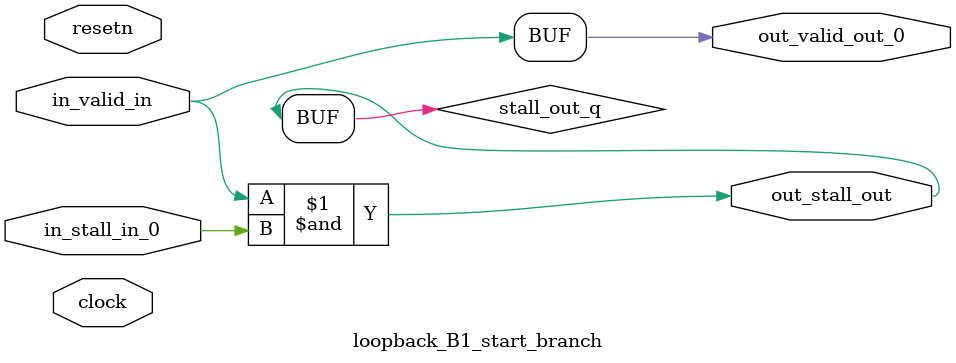
<source format=sv>



(* altera_attribute = "-name AUTO_SHIFT_REGISTER_RECOGNITION OFF; -name MESSAGE_DISABLE 10036; -name MESSAGE_DISABLE 10037; -name MESSAGE_DISABLE 14130; -name MESSAGE_DISABLE 14320; -name MESSAGE_DISABLE 15400; -name MESSAGE_DISABLE 14130; -name MESSAGE_DISABLE 10036; -name MESSAGE_DISABLE 12020; -name MESSAGE_DISABLE 12030; -name MESSAGE_DISABLE 12010; -name MESSAGE_DISABLE 12110; -name MESSAGE_DISABLE 14320; -name MESSAGE_DISABLE 13410; -name MESSAGE_DISABLE 113007; -name MESSAGE_DISABLE 10958" *)
module loopback_B1_start_branch (
    input wire [0:0] in_stall_in_0,
    input wire [0:0] in_valid_in,
    output wire [0:0] out_stall_out,
    output wire [0:0] out_valid_out_0,
    input wire clock,
    input wire resetn
    );

    wire [0:0] stall_out_q;


    // stall_out(LOGICAL,6)
    assign stall_out_q = in_valid_in & in_stall_in_0;

    // out_stall_out(GPOUT,4)
    assign out_stall_out = stall_out_q;

    // out_valid_out_0(GPOUT,5)
    assign out_valid_out_0 = in_valid_in;

endmodule

</source>
